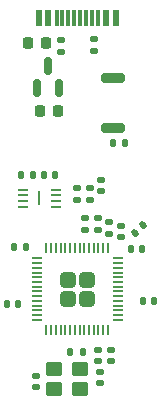
<source format=gbr>
%TF.GenerationSoftware,KiCad,Pcbnew,9.0.6*%
%TF.CreationDate,2025-12-22T21:30:02-08:00*%
%TF.ProjectId,Devboard,44657662-6f61-4726-942e-6b696361645f,rev?*%
%TF.SameCoordinates,Original*%
%TF.FileFunction,Paste,Top*%
%TF.FilePolarity,Positive*%
%FSLAX46Y46*%
G04 Gerber Fmt 4.6, Leading zero omitted, Abs format (unit mm)*
G04 Created by KiCad (PCBNEW 9.0.6) date 2025-12-22 21:30:02*
%MOMM*%
%LPD*%
G01*
G04 APERTURE LIST*
G04 Aperture macros list*
%AMRoundRect*
0 Rectangle with rounded corners*
0 $1 Rounding radius*
0 $2 $3 $4 $5 $6 $7 $8 $9 X,Y pos of 4 corners*
0 Add a 4 corners polygon primitive as box body*
4,1,4,$2,$3,$4,$5,$6,$7,$8,$9,$2,$3,0*
0 Add four circle primitives for the rounded corners*
1,1,$1+$1,$2,$3*
1,1,$1+$1,$4,$5*
1,1,$1+$1,$6,$7*
1,1,$1+$1,$8,$9*
0 Add four rect primitives between the rounded corners*
20,1,$1+$1,$2,$3,$4,$5,0*
20,1,$1+$1,$4,$5,$6,$7,0*
20,1,$1+$1,$6,$7,$8,$9,0*
20,1,$1+$1,$8,$9,$2,$3,0*%
G04 Aperture macros list end*
%ADD10RoundRect,0.140000X0.170000X-0.140000X0.170000X0.140000X-0.170000X0.140000X-0.170000X-0.140000X0*%
%ADD11RoundRect,0.225000X0.225000X0.250000X-0.225000X0.250000X-0.225000X-0.250000X0.225000X-0.250000X0*%
%ADD12RoundRect,0.140000X0.140000X0.170000X-0.140000X0.170000X-0.140000X-0.170000X0.140000X-0.170000X0*%
%ADD13RoundRect,0.140000X-0.170000X0.140000X-0.170000X-0.140000X0.170000X-0.140000X0.170000X0.140000X0*%
%ADD14RoundRect,0.250000X0.450000X0.350000X-0.450000X0.350000X-0.450000X-0.350000X0.450000X-0.350000X0*%
%ADD15RoundRect,0.140000X0.021213X-0.219203X0.219203X-0.021213X-0.021213X0.219203X-0.219203X0.021213X0*%
%ADD16RoundRect,0.135000X-0.135000X-0.185000X0.135000X-0.185000X0.135000X0.185000X-0.135000X0.185000X0*%
%ADD17RoundRect,0.200000X-0.800000X0.200000X-0.800000X-0.200000X0.800000X-0.200000X0.800000X0.200000X0*%
%ADD18RoundRect,0.135000X0.135000X0.185000X-0.135000X0.185000X-0.135000X-0.185000X0.135000X-0.185000X0*%
%ADD19RoundRect,0.135000X-0.185000X0.135000X-0.185000X-0.135000X0.185000X-0.135000X0.185000X0.135000X0*%
%ADD20RoundRect,0.249999X-0.395001X-0.395001X0.395001X-0.395001X0.395001X0.395001X-0.395001X0.395001X0*%
%ADD21RoundRect,0.050000X-0.387500X-0.050000X0.387500X-0.050000X0.387500X0.050000X-0.387500X0.050000X0*%
%ADD22RoundRect,0.050000X-0.050000X-0.387500X0.050000X-0.387500X0.050000X0.387500X-0.050000X0.387500X0*%
%ADD23R,0.600000X1.450000*%
%ADD24R,0.300000X1.450000*%
%ADD25RoundRect,0.140000X-0.140000X-0.170000X0.140000X-0.170000X0.140000X0.170000X-0.140000X0.170000X0*%
%ADD26RoundRect,0.150000X0.150000X-0.587500X0.150000X0.587500X-0.150000X0.587500X-0.150000X-0.587500X0*%
%ADD27RoundRect,0.040000X-0.040000X-0.605000X0.040000X-0.605000X0.040000X0.605000X-0.040000X0.605000X0*%
%ADD28RoundRect,0.062500X-0.387500X-0.062500X0.387500X-0.062500X0.387500X0.062500X-0.387500X0.062500X0*%
G04 APERTURE END LIST*
D10*
%TO.C,C6*%
X154425000Y-104030000D03*
X154425000Y-103070000D03*
%TD*%
%TO.C,C5*%
X157075000Y-107230000D03*
X157075000Y-106270000D03*
%TD*%
D11*
%TO.C,C13*%
X150740000Y-90780000D03*
X149190000Y-90780000D03*
%TD*%
D12*
%TO.C,C4*%
X149005000Y-108000000D03*
X148045000Y-108000000D03*
%TD*%
D13*
%TO.C,C2*%
X155175000Y-116750000D03*
X155175000Y-117710000D03*
%TD*%
D14*
%TO.C,Y1*%
X153625000Y-118380000D03*
X151425000Y-118380000D03*
X151425000Y-120080000D03*
X153625000Y-120080000D03*
%TD*%
D15*
%TO.C,C1*%
X158235589Y-106864411D03*
X158914411Y-106185589D03*
%TD*%
D10*
%TO.C,C7*%
X155385000Y-103290000D03*
X155385000Y-102330000D03*
%TD*%
D16*
%TO.C,R7*%
X148585000Y-101970000D03*
X149605000Y-101970000D03*
%TD*%
D13*
%TO.C,C15*%
X149875000Y-118920000D03*
X149875000Y-119880000D03*
%TD*%
D16*
%TO.C,R6*%
X156390000Y-99250000D03*
X157410000Y-99250000D03*
%TD*%
D10*
%TO.C,C11*%
X156100000Y-106900000D03*
X156100000Y-105940000D03*
%TD*%
D13*
%TO.C,C10*%
X156215000Y-116760000D03*
X156215000Y-117720000D03*
%TD*%
D17*
%TO.C,SW1*%
X156425000Y-93750000D03*
X156425000Y-97950000D03*
%TD*%
D18*
%TO.C,R5*%
X153825000Y-116910000D03*
X152805000Y-116910000D03*
%TD*%
D11*
%TO.C,C14*%
X151750000Y-96550000D03*
X150200000Y-96550000D03*
%TD*%
D19*
%TO.C,R2*%
X154765000Y-90410000D03*
X154765000Y-91430000D03*
%TD*%
%TO.C,R3*%
X154050000Y-105580000D03*
X154050000Y-106600000D03*
%TD*%
D20*
%TO.C,U1*%
X152575000Y-110800000D03*
X152575000Y-112400000D03*
X154175000Y-110800000D03*
X154175000Y-112400000D03*
D21*
X149937500Y-109000000D03*
X149937500Y-109400000D03*
X149937500Y-109800000D03*
X149937500Y-110200000D03*
X149937500Y-110600000D03*
X149937500Y-111000000D03*
X149937500Y-111400000D03*
X149937500Y-111800000D03*
X149937500Y-112200000D03*
X149937500Y-112600000D03*
X149937500Y-113000000D03*
X149937500Y-113400000D03*
X149937500Y-113800000D03*
X149937500Y-114200000D03*
D22*
X150775000Y-115037500D03*
X151175000Y-115037500D03*
X151575000Y-115037500D03*
X151975000Y-115037500D03*
X152375000Y-115037500D03*
X152775000Y-115037500D03*
X153175000Y-115037500D03*
X153575000Y-115037500D03*
X153975000Y-115037500D03*
X154375000Y-115037500D03*
X154775000Y-115037500D03*
X155175000Y-115037500D03*
X155575000Y-115037500D03*
X155975000Y-115037500D03*
D21*
X156812500Y-114200000D03*
X156812500Y-113800000D03*
X156812500Y-113400000D03*
X156812500Y-113000000D03*
X156812500Y-112600000D03*
X156812500Y-112200000D03*
X156812500Y-111800000D03*
X156812500Y-111400000D03*
X156812500Y-111000000D03*
X156812500Y-110600000D03*
X156812500Y-110200000D03*
X156812500Y-109800000D03*
X156812500Y-109400000D03*
X156812500Y-109000000D03*
D22*
X155975000Y-108162500D03*
X155575000Y-108162500D03*
X155175000Y-108162500D03*
X154775000Y-108162500D03*
X154375000Y-108162500D03*
X153975000Y-108162500D03*
X153575000Y-108162500D03*
X153175000Y-108162500D03*
X152775000Y-108162500D03*
X152375000Y-108162500D03*
X151975000Y-108162500D03*
X151575000Y-108162500D03*
X151175000Y-108162500D03*
X150775000Y-108162500D03*
%TD*%
D23*
%TO.C,J1*%
X156625000Y-88645000D03*
X155825000Y-88645000D03*
D24*
X154625000Y-88645000D03*
X153625000Y-88645000D03*
X153125000Y-88645000D03*
X152125000Y-88645000D03*
D23*
X150925000Y-88645000D03*
X150125000Y-88645000D03*
X150125000Y-88645000D03*
X150925000Y-88645000D03*
D24*
X151625000Y-88645000D03*
X152625000Y-88645000D03*
X154125000Y-88645000D03*
X155125000Y-88645000D03*
D23*
X155825000Y-88645000D03*
X156625000Y-88645000D03*
%TD*%
D10*
%TO.C,C16*%
X155300000Y-119580000D03*
X155300000Y-118620000D03*
%TD*%
D25*
%TO.C,C9*%
X158915000Y-112580000D03*
X159875000Y-112580000D03*
%TD*%
D19*
%TO.C,R1*%
X152025000Y-90480000D03*
X152025000Y-91500000D03*
%TD*%
D10*
%TO.C,C12*%
X153400000Y-104025000D03*
X153400000Y-103065000D03*
%TD*%
D25*
%TO.C,C8*%
X157925000Y-108175000D03*
X158885000Y-108175000D03*
%TD*%
D19*
%TO.C,R4*%
X155100000Y-105580000D03*
X155100000Y-106600000D03*
%TD*%
D12*
%TO.C,C17*%
X151505000Y-101950000D03*
X150545000Y-101950000D03*
%TD*%
D26*
%TO.C,U2*%
X149975000Y-94587500D03*
X151875000Y-94587500D03*
X150925000Y-92712500D03*
%TD*%
D12*
%TO.C,C3*%
X148405000Y-112830000D03*
X147445000Y-112830000D03*
%TD*%
D27*
%TO.C,U4*%
X150175000Y-103925000D03*
D28*
X148750000Y-103175000D03*
X148750000Y-103675000D03*
X148750000Y-104175000D03*
X148750000Y-104675000D03*
X151600000Y-104675000D03*
X151600000Y-104175000D03*
X151600000Y-103675000D03*
X151600000Y-103175000D03*
%TD*%
M02*

</source>
